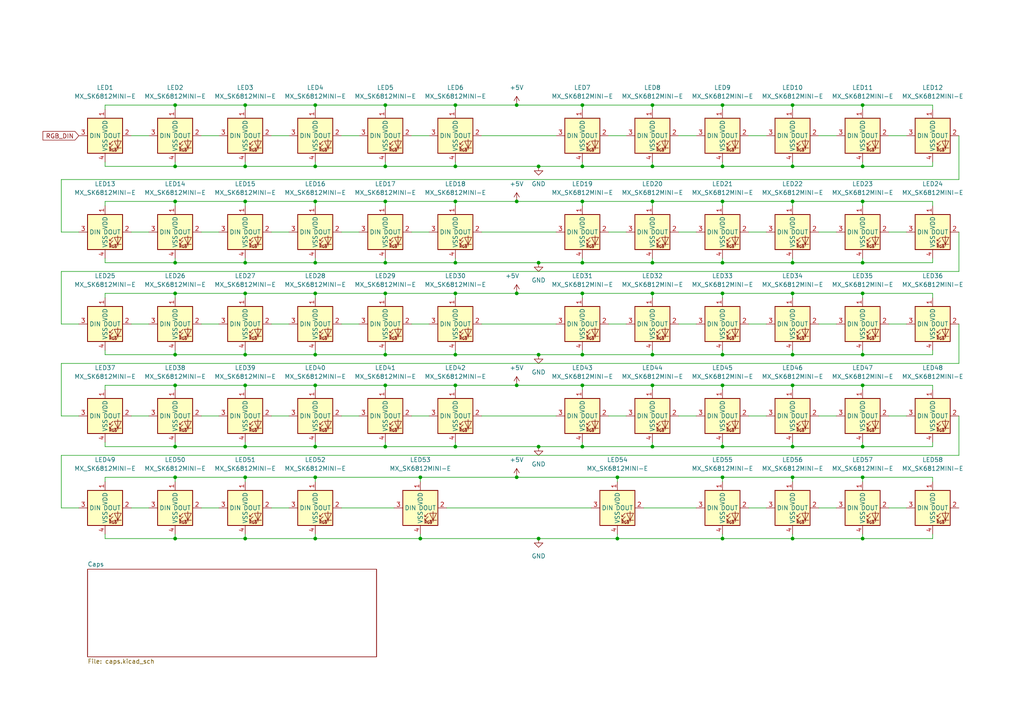
<source format=kicad_sch>
(kicad_sch (version 20230121) (generator eeschema)
  (paper "A4")
  (lib_symbols
    (symbol "PCM_marbastlib-mx:MX_SK6812MINI-E"
      (property "Reference" "LED" (at 3.175 6.35 0))
      (property "Value" "MX_SK6812MINI-E" (at 10.16 -6.985 0))
      (symbol "MX_SK6812MINI-E_0_0"
        (text "RGB" (at 2.286 -4.191 0) (effects (font (size 0.762 0.762))))
      )
      (symbol "MX_SK6812MINI-E_0_1"
        (rectangle (start -5.08 5.08) (end 5.08 -5.08) (stroke (width 0.254)) (fill (type background)))
        (polyline (pts (xy 1.27 -3.556) (xy 1.778 -3.556)))
        (polyline (pts (xy 1.27 -2.54) (xy 1.778 -2.54)))
        (polyline (pts (xy 4.699 -3.556) (xy 2.667 -3.556)))
        (polyline (pts (xy 2.286 -2.54) (xy 1.27 -3.556) (xy 1.27 -3.048)))
        (polyline (pts (xy 2.286 -1.524) (xy 1.27 -2.54) (xy 1.27 -2.032)))
        (polyline (pts (xy 3.683 -1.016) (xy 3.683 -3.556) (xy 3.683 -4.064)))
        (polyline (pts (xy 4.699 -1.524) (xy 2.667 -1.524) (xy 3.683 -3.556) (xy 4.699 -1.524)))
      )
      (symbol "MX_SK6812MINI-E_1_1"
        (pin power_in line (at 0 7.62 270) (length 2.54) (name "VDD") (number "1"))
        (pin output line (at 7.62 0 180) (length 2.54) (name "DOUT") (number "2"))
        (pin input line (at -7.62 0 0) (length 2.54) (name "DIN") (number "3"))
        (pin power_in line (at 0 -7.62 90) (length 2.54) (name "VSS") (number "4"))
      )
    )
    (symbol "power:+5V" (power) (pin_names (offset 0))
      (property "Value" "+5V" (at 0 3.556 0))
      (symbol "+5V_0_1"
        (polyline (pts (xy -0.762 1.27) (xy 0 2.54)))
        (polyline (pts (xy 0 0) (xy 0 2.54)))
        (polyline (pts (xy 0 2.54) (xy 0.762 1.27)))
      )
      (symbol "+5V_1_1"
        (pin power_in line (at 0 0 90) (length 0) hide (name "+5V") (number "1"))
      )
    )
    (symbol "power:GND" (power) (pin_names (offset 0))
      (property "Value" "GND" (at 0 -3.81 0))
      (symbol "GND_0_1"
        (polyline (pts (xy 0 0) (xy 0 -1.27) (xy 1.27 -1.27) (xy 0 -2.54) (xy -1.27 -1.27) (xy 0 -1.27)))
      )
      (symbol "GND_1_1"
        (pin power_in line (at 0 0 270) (length 0) hide (name "GND") (number "1"))
      )
    )
  )
  (junction (at 209.55 156.21))
  (junction (at 91.44 156.21))
  (junction (at 91.44 129.54))
  (junction (at 229.87 102.87))
  (junction (at 149.86 58.42))
  (junction (at 132.08 76.2))
  (junction (at 71.12 102.87))
  (junction (at 71.12 129.54))
  (junction (at 156.21 129.54))
  (junction (at 91.44 58.42))
  (junction (at 229.87 58.42))
  (junction (at 179.07 156.21))
  (junction (at 189.23 85.09))
  (junction (at 168.91 102.87))
  (junction (at 132.08 111.76))
  (junction (at 111.76 85.09))
  (junction (at 189.23 76.2))
  (junction (at 91.44 102.87))
  (junction (at 50.8 102.87))
  (junction (at 189.23 58.42))
  (junction (at 229.87 138.43))
  (junction (at 149.86 30.48))
  (junction (at 71.12 111.76))
  (junction (at 168.91 30.48))
  (junction (at 229.87 76.2))
  (junction (at 250.19 111.76))
  (junction (at 250.19 156.21))
  (junction (at 50.8 58.42))
  (junction (at 71.12 85.09))
  (junction (at 229.87 48.26))
  (junction (at 50.8 129.54))
  (junction (at 229.87 111.76))
  (junction (at 111.76 102.87))
  (junction (at 111.76 48.26))
  (junction (at 168.91 48.26))
  (junction (at 229.87 156.21))
  (junction (at 132.08 48.26))
  (junction (at 250.19 48.26))
  (junction (at 50.8 30.48))
  (junction (at 189.23 129.54))
  (junction (at 50.8 85.09))
  (junction (at 91.44 48.26))
  (junction (at 168.91 58.42))
  (junction (at 250.19 129.54))
  (junction (at 71.12 48.26))
  (junction (at 132.08 58.42))
  (junction (at 111.76 129.54))
  (junction (at 156.21 76.2))
  (junction (at 111.76 111.76))
  (junction (at 50.8 138.43))
  (junction (at 250.19 76.2))
  (junction (at 132.08 129.54))
  (junction (at 111.76 30.48))
  (junction (at 91.44 111.76))
  (junction (at 111.76 58.42))
  (junction (at 168.91 111.76))
  (junction (at 250.19 138.43))
  (junction (at 132.08 30.48))
  (junction (at 91.44 138.43))
  (junction (at 209.55 30.48))
  (junction (at 71.12 138.43))
  (junction (at 156.21 156.21))
  (junction (at 168.91 129.54))
  (junction (at 91.44 30.48))
  (junction (at 189.23 111.76))
  (junction (at 250.19 85.09))
  (junction (at 91.44 76.2))
  (junction (at 168.91 85.09))
  (junction (at 189.23 102.87))
  (junction (at 250.19 102.87))
  (junction (at 132.08 102.87))
  (junction (at 50.8 111.76))
  (junction (at 149.86 138.43))
  (junction (at 149.86 111.76))
  (junction (at 71.12 30.48))
  (junction (at 229.87 85.09))
  (junction (at 209.55 76.2))
  (junction (at 156.21 48.26))
  (junction (at 50.8 76.2))
  (junction (at 250.19 58.42))
  (junction (at 149.86 85.09))
  (junction (at 209.55 129.54))
  (junction (at 209.55 58.42))
  (junction (at 209.55 85.09))
  (junction (at 71.12 58.42))
  (junction (at 209.55 48.26))
  (junction (at 189.23 30.48))
  (junction (at 189.23 48.26))
  (junction (at 250.19 30.48))
  (junction (at 229.87 129.54))
  (junction (at 209.55 102.87))
  (junction (at 229.87 30.48))
  (junction (at 179.07 138.43))
  (junction (at 121.92 156.21))
  (junction (at 209.55 111.76))
  (junction (at 91.44 85.09))
  (junction (at 71.12 156.21))
  (junction (at 50.8 48.26))
  (junction (at 121.92 138.43))
  (junction (at 156.21 102.87))
  (junction (at 168.91 76.2))
  (junction (at 50.8 156.21))
  (junction (at 111.76 76.2))
  (junction (at 132.08 85.09))
  (junction (at 209.55 138.43))
  (junction (at 71.12 76.2))
  (wire (pts (xy 270.51 58.42) (xy 270.51 59.69)))
  (wire (pts (xy 50.8 138.43) (xy 50.8 139.7)))
  (wire (pts (xy 121.92 156.21) (xy 156.21 156.21)))
  (wire (pts (xy 132.08 30.48) (xy 149.86 30.48)))
  (wire (pts (xy 111.76 85.09) (xy 111.76 86.36)))
  (wire (pts (xy 189.23 48.26) (xy 209.55 48.26)))
  (wire (pts (xy 111.76 46.99) (xy 111.76 48.26)))
  (wire (pts (xy 30.48 76.2) (xy 50.8 76.2)))
  (wire (pts (xy 229.87 85.09) (xy 250.19 85.09)))
  (wire (pts (xy 30.48 46.99) (xy 30.48 48.26)))
  (wire (pts (xy 229.87 128.27) (xy 229.87 129.54)))
  (wire (pts (xy 71.12 101.6) (xy 71.12 102.87)))
  (wire (pts (xy 30.48 138.43) (xy 30.48 139.7)))
  (wire (pts (xy 229.87 48.26) (xy 250.19 48.26)))
  (wire (pts (xy 91.44 76.2) (xy 111.76 76.2)))
  (wire (pts (xy 132.08 74.93) (xy 132.08 76.2)))
  (wire (pts (xy 217.17 147.32) (xy 222.25 147.32)))
  (wire (pts (xy 132.08 111.76) (xy 149.86 111.76)))
  (wire (pts (xy 250.19 154.94) (xy 250.19 156.21)))
  (wire (pts (xy 229.87 129.54) (xy 250.19 129.54)))
  (wire (pts (xy 119.38 67.31) (xy 124.46 67.31)))
  (wire (pts (xy 17.78 52.07) (xy 17.78 67.31)))
  (wire (pts (xy 189.23 30.48) (xy 209.55 30.48)))
  (wire (pts (xy 209.55 30.48) (xy 229.87 30.48)))
  (wire (pts (xy 99.06 39.37) (xy 104.14 39.37)))
  (wire (pts (xy 99.06 120.65) (xy 104.14 120.65)))
  (wire (pts (xy 99.06 67.31) (xy 104.14 67.31)))
  (wire (pts (xy 250.19 85.09) (xy 270.51 85.09)))
  (wire (pts (xy 229.87 154.94) (xy 229.87 156.21)))
  (wire (pts (xy 71.12 156.21) (xy 91.44 156.21)))
  (wire (pts (xy 196.85 39.37) (xy 201.93 39.37)))
  (wire (pts (xy 71.12 76.2) (xy 91.44 76.2)))
  (wire (pts (xy 30.48 138.43) (xy 50.8 138.43)))
  (wire (pts (xy 132.08 101.6) (xy 132.08 102.87)))
  (wire (pts (xy 30.48 102.87) (xy 50.8 102.87)))
  (wire (pts (xy 17.78 105.41) (xy 17.78 120.65)))
  (wire (pts (xy 168.91 58.42) (xy 168.91 59.69)))
  (wire (pts (xy 250.19 138.43) (xy 250.19 139.7)))
  (wire (pts (xy 209.55 129.54) (xy 229.87 129.54)))
  (wire (pts (xy 91.44 101.6) (xy 91.44 102.87)))
  (wire (pts (xy 99.06 93.98) (xy 104.14 93.98)))
  (wire (pts (xy 250.19 128.27) (xy 250.19 129.54)))
  (wire (pts (xy 119.38 120.65) (xy 124.46 120.65)))
  (wire (pts (xy 237.49 93.98) (xy 242.57 93.98)))
  (wire (pts (xy 119.38 93.98) (xy 124.46 93.98)))
  (wire (pts (xy 91.44 154.94) (xy 91.44 156.21)))
  (wire (pts (xy 132.08 85.09) (xy 132.08 86.36)))
  (wire (pts (xy 250.19 30.48) (xy 250.19 31.75)))
  (wire (pts (xy 50.8 58.42) (xy 71.12 58.42)))
  (wire (pts (xy 50.8 101.6) (xy 50.8 102.87)))
  (wire (pts (xy 91.44 74.93) (xy 91.44 76.2)))
  (wire (pts (xy 278.13 52.07) (xy 17.78 52.07)))
  (wire (pts (xy 168.91 85.09) (xy 168.91 86.36)))
  (wire (pts (xy 91.44 128.27) (xy 91.44 129.54)))
  (wire (pts (xy 270.51 128.27) (xy 270.51 129.54)))
  (wire (pts (xy 50.8 111.76) (xy 71.12 111.76)))
  (wire (pts (xy 229.87 85.09) (xy 229.87 86.36)))
  (wire (pts (xy 17.78 78.74) (xy 17.78 93.98)))
  (wire (pts (xy 189.23 76.2) (xy 209.55 76.2)))
  (wire (pts (xy 209.55 111.76) (xy 209.55 113.03)))
  (wire (pts (xy 50.8 102.87) (xy 71.12 102.87)))
  (wire (pts (xy 179.07 138.43) (xy 209.55 138.43)))
  (wire (pts (xy 50.8 138.43) (xy 71.12 138.43)))
  (wire (pts (xy 71.12 111.76) (xy 91.44 111.76)))
  (wire (pts (xy 196.85 93.98) (xy 201.93 93.98)))
  (wire (pts (xy 132.08 102.87) (xy 156.21 102.87)))
  (wire (pts (xy 189.23 85.09) (xy 189.23 86.36)))
  (wire (pts (xy 121.92 138.43) (xy 121.92 139.7)))
  (wire (pts (xy 30.48 156.21) (xy 50.8 156.21)))
  (wire (pts (xy 250.19 111.76) (xy 250.19 113.03)))
  (wire (pts (xy 30.48 154.94) (xy 30.48 156.21)))
  (wire (pts (xy 38.1 147.32) (xy 43.18 147.32)))
  (wire (pts (xy 139.7 67.31) (xy 161.29 67.31)))
  (wire (pts (xy 17.78 147.32) (xy 22.86 147.32)))
  (wire (pts (xy 91.44 111.76) (xy 91.44 113.03)))
  (wire (pts (xy 91.44 85.09) (xy 111.76 85.09)))
  (wire (pts (xy 179.07 154.94) (xy 179.07 156.21)))
  (wire (pts (xy 229.87 76.2) (xy 250.19 76.2)))
  (wire (pts (xy 176.53 120.65) (xy 181.61 120.65)))
  (wire (pts (xy 209.55 30.48) (xy 209.55 31.75)))
  (wire (pts (xy 270.51 30.48) (xy 270.51 31.75)))
  (wire (pts (xy 78.74 67.31) (xy 83.82 67.31)))
  (wire (pts (xy 176.53 67.31) (xy 181.61 67.31)))
  (wire (pts (xy 229.87 111.76) (xy 250.19 111.76)))
  (wire (pts (xy 209.55 74.93) (xy 209.55 76.2)))
  (wire (pts (xy 229.87 46.99) (xy 229.87 48.26)))
  (wire (pts (xy 91.44 58.42) (xy 91.44 59.69)))
  (wire (pts (xy 189.23 128.27) (xy 189.23 129.54)))
  (wire (pts (xy 189.23 101.6) (xy 189.23 102.87)))
  (wire (pts (xy 229.87 138.43) (xy 250.19 138.43)))
  (wire (pts (xy 91.44 30.48) (xy 91.44 31.75)))
  (wire (pts (xy 257.81 120.65) (xy 262.89 120.65)))
  (wire (pts (xy 111.76 85.09) (xy 132.08 85.09)))
  (wire (pts (xy 71.12 30.48) (xy 71.12 31.75)))
  (wire (pts (xy 71.12 154.94) (xy 71.12 156.21)))
  (wire (pts (xy 168.91 128.27) (xy 168.91 129.54)))
  (wire (pts (xy 229.87 30.48) (xy 250.19 30.48)))
  (wire (pts (xy 50.8 85.09) (xy 71.12 85.09)))
  (wire (pts (xy 257.81 39.37) (xy 262.89 39.37)))
  (wire (pts (xy 217.17 67.31) (xy 222.25 67.31)))
  (wire (pts (xy 250.19 156.21) (xy 270.51 156.21)))
  (wire (pts (xy 111.76 58.42) (xy 111.76 59.69)))
  (wire (pts (xy 250.19 30.48) (xy 270.51 30.48)))
  (wire (pts (xy 111.76 102.87) (xy 132.08 102.87)))
  (wire (pts (xy 257.81 147.32) (xy 262.89 147.32)))
  (wire (pts (xy 217.17 93.98) (xy 222.25 93.98)))
  (wire (pts (xy 186.69 147.32) (xy 201.93 147.32)))
  (wire (pts (xy 270.51 101.6) (xy 270.51 102.87)))
  (wire (pts (xy 71.12 74.93) (xy 71.12 76.2)))
  (wire (pts (xy 196.85 67.31) (xy 201.93 67.31)))
  (wire (pts (xy 30.48 85.09) (xy 50.8 85.09)))
  (wire (pts (xy 111.76 111.76) (xy 132.08 111.76)))
  (wire (pts (xy 91.44 102.87) (xy 111.76 102.87)))
  (wire (pts (xy 250.19 58.42) (xy 270.51 58.42)))
  (wire (pts (xy 189.23 129.54) (xy 209.55 129.54)))
  (wire (pts (xy 91.44 111.76) (xy 111.76 111.76)))
  (wire (pts (xy 168.91 102.87) (xy 189.23 102.87)))
  (wire (pts (xy 250.19 129.54) (xy 270.51 129.54)))
  (wire (pts (xy 278.13 105.41) (xy 17.78 105.41)))
  (wire (pts (xy 229.87 138.43) (xy 229.87 139.7)))
  (wire (pts (xy 229.87 58.42) (xy 229.87 59.69)))
  (wire (pts (xy 278.13 67.31) (xy 278.13 78.74)))
  (wire (pts (xy 149.86 58.42) (xy 168.91 58.42)))
  (wire (pts (xy 209.55 76.2) (xy 229.87 76.2)))
  (wire (pts (xy 30.48 30.48) (xy 30.48 31.75)))
  (wire (pts (xy 71.12 85.09) (xy 91.44 85.09)))
  (wire (pts (xy 111.76 30.48) (xy 132.08 30.48)))
  (wire (pts (xy 111.76 128.27) (xy 111.76 129.54)))
  (wire (pts (xy 71.12 48.26) (xy 91.44 48.26)))
  (wire (pts (xy 250.19 46.99) (xy 250.19 48.26)))
  (wire (pts (xy 278.13 39.37) (xy 278.13 52.07)))
  (wire (pts (xy 111.76 30.48) (xy 111.76 31.75)))
  (wire (pts (xy 270.51 111.76) (xy 270.51 113.03)))
  (wire (pts (xy 270.51 138.43) (xy 270.51 139.7)))
  (wire (pts (xy 50.8 30.48) (xy 71.12 30.48)))
  (wire (pts (xy 149.86 85.09) (xy 168.91 85.09)))
  (wire (pts (xy 71.12 138.43) (xy 91.44 138.43)))
  (wire (pts (xy 50.8 74.93) (xy 50.8 76.2)))
  (wire (pts (xy 121.92 154.94) (xy 121.92 156.21)))
  (wire (pts (xy 189.23 46.99) (xy 189.23 48.26)))
  (wire (pts (xy 257.81 93.98) (xy 262.89 93.98)))
  (wire (pts (xy 30.48 111.76) (xy 50.8 111.76)))
  (wire (pts (xy 237.49 67.31) (xy 242.57 67.31)))
  (wire (pts (xy 30.48 128.27) (xy 30.48 129.54)))
  (wire (pts (xy 168.91 58.42) (xy 189.23 58.42)))
  (wire (pts (xy 209.55 101.6) (xy 209.55 102.87)))
  (wire (pts (xy 111.76 48.26) (xy 132.08 48.26)))
  (wire (pts (xy 132.08 111.76) (xy 132.08 113.03)))
  (wire (pts (xy 168.91 30.48) (xy 168.91 31.75)))
  (wire (pts (xy 119.38 39.37) (xy 124.46 39.37)))
  (wire (pts (xy 168.91 46.99) (xy 168.91 48.26)))
  (wire (pts (xy 17.78 120.65) (xy 22.86 120.65)))
  (wire (pts (xy 156.21 76.2) (xy 168.91 76.2)))
  (wire (pts (xy 78.74 39.37) (xy 83.82 39.37)))
  (wire (pts (xy 50.8 111.76) (xy 50.8 113.03)))
  (wire (pts (xy 30.48 85.09) (xy 30.48 86.36)))
  (wire (pts (xy 209.55 128.27) (xy 209.55 129.54)))
  (wire (pts (xy 91.44 156.21) (xy 121.92 156.21)))
  (wire (pts (xy 30.48 58.42) (xy 50.8 58.42)))
  (wire (pts (xy 50.8 128.27) (xy 50.8 129.54)))
  (wire (pts (xy 132.08 128.27) (xy 132.08 129.54)))
  (wire (pts (xy 91.44 129.54) (xy 111.76 129.54)))
  (wire (pts (xy 38.1 120.65) (xy 43.18 120.65)))
  (wire (pts (xy 209.55 46.99) (xy 209.55 48.26)))
  (wire (pts (xy 189.23 58.42) (xy 189.23 59.69)))
  (wire (pts (xy 168.91 111.76) (xy 168.91 113.03)))
  (wire (pts (xy 168.91 76.2) (xy 189.23 76.2)))
  (wire (pts (xy 132.08 58.42) (xy 132.08 59.69)))
  (wire (pts (xy 156.21 156.21) (xy 179.07 156.21)))
  (wire (pts (xy 30.48 101.6) (xy 30.48 102.87)))
  (wire (pts (xy 270.51 74.93) (xy 270.51 76.2)))
  (wire (pts (xy 71.12 138.43) (xy 71.12 139.7)))
  (wire (pts (xy 71.12 46.99) (xy 71.12 48.26)))
  (wire (pts (xy 189.23 58.42) (xy 209.55 58.42)))
  (wire (pts (xy 250.19 102.87) (xy 270.51 102.87)))
  (wire (pts (xy 50.8 129.54) (xy 71.12 129.54)))
  (wire (pts (xy 50.8 154.94) (xy 50.8 156.21)))
  (wire (pts (xy 229.87 74.93) (xy 229.87 76.2)))
  (wire (pts (xy 17.78 132.08) (xy 17.78 147.32)))
  (wire (pts (xy 139.7 120.65) (xy 161.29 120.65)))
  (wire (pts (xy 217.17 39.37) (xy 222.25 39.37)))
  (wire (pts (xy 196.85 120.65) (xy 201.93 120.65)))
  (wire (pts (xy 189.23 85.09) (xy 209.55 85.09)))
  (wire (pts (xy 257.81 67.31) (xy 262.89 67.31)))
  (wire (pts (xy 129.54 147.32) (xy 171.45 147.32)))
  (wire (pts (xy 250.19 111.76) (xy 270.51 111.76)))
  (wire (pts (xy 132.08 30.48) (xy 132.08 31.75)))
  (wire (pts (xy 209.55 102.87) (xy 229.87 102.87)))
  (wire (pts (xy 217.17 120.65) (xy 222.25 120.65)))
  (wire (pts (xy 111.76 76.2) (xy 132.08 76.2)))
  (wire (pts (xy 149.86 30.48) (xy 168.91 30.48)))
  (wire (pts (xy 250.19 101.6) (xy 250.19 102.87)))
  (wire (pts (xy 50.8 58.42) (xy 50.8 59.69)))
  (wire (pts (xy 229.87 111.76) (xy 229.87 113.03)))
  (wire (pts (xy 179.07 156.21) (xy 209.55 156.21)))
  (wire (pts (xy 270.51 154.94) (xy 270.51 156.21)))
  (wire (pts (xy 270.51 85.09) (xy 270.51 86.36)))
  (wire (pts (xy 189.23 74.93) (xy 189.23 76.2)))
  (wire (pts (xy 132.08 85.09) (xy 149.86 85.09)))
  (wire (pts (xy 189.23 111.76) (xy 189.23 113.03)))
  (wire (pts (xy 229.87 156.21) (xy 209.55 156.21)))
  (wire (pts (xy 132.08 46.99) (xy 132.08 48.26)))
  (wire (pts (xy 168.91 30.48) (xy 189.23 30.48)))
  (wire (pts (xy 270.51 46.99) (xy 270.51 48.26)))
  (wire (pts (xy 168.91 129.54) (xy 189.23 129.54)))
  (wire (pts (xy 30.48 58.42) (xy 30.48 59.69)))
  (wire (pts (xy 168.91 85.09) (xy 189.23 85.09)))
  (wire (pts (xy 91.44 138.43) (xy 91.44 139.7)))
  (wire (pts (xy 250.19 76.2) (xy 270.51 76.2)))
  (wire (pts (xy 132.08 58.42) (xy 149.86 58.42)))
  (wire (pts (xy 149.86 138.43) (xy 179.07 138.43)))
  (wire (pts (xy 278.13 93.98) (xy 278.13 105.41)))
  (wire (pts (xy 30.48 111.76) (xy 30.48 113.03)))
  (wire (pts (xy 250.19 48.26) (xy 270.51 48.26)))
  (wire (pts (xy 209.55 85.09) (xy 229.87 85.09)))
  (wire (pts (xy 111.76 111.76) (xy 111.76 113.03)))
  (wire (pts (xy 250.19 156.21) (xy 229.87 156.21)))
  (wire (pts (xy 209.55 111.76) (xy 229.87 111.76)))
  (wire (pts (xy 91.44 58.42) (xy 111.76 58.42)))
  (wire (pts (xy 50.8 30.48) (xy 50.8 31.75)))
  (wire (pts (xy 209.55 138.43) (xy 209.55 139.7)))
  (wire (pts (xy 91.44 46.99) (xy 91.44 48.26)))
  (wire (pts (xy 38.1 93.98) (xy 43.18 93.98)))
  (wire (pts (xy 71.12 30.48) (xy 91.44 30.48)))
  (wire (pts (xy 229.87 101.6) (xy 229.87 102.87)))
  (wire (pts (xy 176.53 93.98) (xy 181.61 93.98)))
  (wire (pts (xy 91.44 30.48) (xy 111.76 30.48)))
  (wire (pts (xy 99.06 147.32) (xy 114.3 147.32)))
  (wire (pts (xy 71.12 85.09) (xy 71.12 86.36)))
  (wire (pts (xy 111.76 74.93) (xy 111.76 76.2)))
  (wire (pts (xy 17.78 67.31) (xy 22.86 67.31)))
  (wire (pts (xy 237.49 120.65) (xy 242.57 120.65)))
  (wire (pts (xy 91.44 48.26) (xy 111.76 48.26)))
  (wire (pts (xy 30.48 129.54) (xy 50.8 129.54)))
  (wire (pts (xy 168.91 74.93) (xy 168.91 76.2)))
  (wire (pts (xy 78.74 120.65) (xy 83.82 120.65)))
  (wire (pts (xy 168.91 48.26) (xy 189.23 48.26)))
  (wire (pts (xy 111.76 58.42) (xy 132.08 58.42)))
  (wire (pts (xy 17.78 93.98) (xy 22.86 93.98)))
  (wire (pts (xy 30.48 48.26) (xy 50.8 48.26)))
  (wire (pts (xy 250.19 74.93) (xy 250.19 76.2)))
  (wire (pts (xy 38.1 39.37) (xy 43.18 39.37)))
  (wire (pts (xy 209.55 58.42) (xy 209.55 59.69)))
  (wire (pts (xy 168.91 101.6) (xy 168.91 102.87)))
  (wire (pts (xy 229.87 102.87) (xy 250.19 102.87)))
  (wire (pts (xy 58.42 39.37) (xy 63.5 39.37)))
  (wire (pts (xy 132.08 129.54) (xy 156.21 129.54)))
  (wire (pts (xy 229.87 58.42) (xy 250.19 58.42)))
  (wire (pts (xy 250.19 85.09) (xy 250.19 86.36)))
  (wire (pts (xy 50.8 85.09) (xy 50.8 86.36)))
  (wire (pts (xy 149.86 111.76) (xy 168.91 111.76)))
  (wire (pts (xy 209.55 48.26) (xy 229.87 48.26)))
  (wire (pts (xy 209.55 85.09) (xy 209.55 86.36)))
  (wire (pts (xy 58.42 147.32) (xy 63.5 147.32)))
  (wire (pts (xy 229.87 30.48) (xy 229.87 31.75)))
  (wire (pts (xy 176.53 39.37) (xy 181.61 39.37)))
  (wire (pts (xy 139.7 93.98) (xy 161.29 93.98)))
  (wire (pts (xy 71.12 111.76) (xy 71.12 113.03)))
  (wire (pts (xy 250.19 58.42) (xy 250.19 59.69)))
  (wire (pts (xy 156.21 129.54) (xy 168.91 129.54)))
  (wire (pts (xy 111.76 129.54) (xy 132.08 129.54)))
  (wire (pts (xy 50.8 46.99) (xy 50.8 48.26)))
  (wire (pts (xy 179.07 138.43) (xy 179.07 139.7)))
  (wire (pts (xy 121.92 138.43) (xy 149.86 138.43)))
  (wire (pts (xy 58.42 67.31) (xy 63.5 67.31)))
  (wire (pts (xy 71.12 128.27) (xy 71.12 129.54)))
  (wire (pts (xy 78.74 147.32) (xy 83.82 147.32)))
  (wire (pts (xy 50.8 156.21) (xy 71.12 156.21)))
  (wire (pts (xy 237.49 147.32) (xy 242.57 147.32)))
  (wire (pts (xy 58.42 120.65) (xy 63.5 120.65)))
  (wire (pts (xy 168.91 111.76) (xy 189.23 111.76)))
  (wire (pts (xy 71.12 129.54) (xy 91.44 129.54)))
  (wire (pts (xy 30.48 30.48) (xy 50.8 30.48)))
  (wire (pts (xy 132.08 48.26) (xy 156.21 48.26)))
  (wire (pts (xy 209.55 58.42) (xy 229.87 58.42)))
  (wire (pts (xy 111.76 101.6) (xy 111.76 102.87)))
  (wire (pts (xy 229.87 138.43) (xy 209.55 138.43)))
  (wire (pts (xy 50.8 76.2) (xy 71.12 76.2)))
  (wire (pts (xy 71.12 102.87) (xy 91.44 102.87)))
  (wire (pts (xy 17.78 78.74) (xy 278.13 78.74)))
  (wire (pts (xy 250.19 138.43) (xy 270.51 138.43)))
  (wire (pts (xy 189.23 30.48) (xy 189.23 31.75)))
  (wire (pts (xy 156.21 102.87) (xy 168.91 102.87)))
  (wire (pts (xy 78.74 93.98) (xy 83.82 93.98)))
  (wire (pts (xy 71.12 58.42) (xy 91.44 58.42)))
  (wire (pts (xy 139.7 39.37) (xy 161.29 39.37)))
  (wire (pts (xy 189.23 111.76) (xy 209.55 111.76)))
  (wire (pts (xy 278.13 120.65) (xy 278.13 132.08)))
  (wire (pts (xy 91.44 85.09) (xy 91.44 86.36)))
  (wire (pts (xy 132.08 76.2) (xy 156.21 76.2)))
  (wire (pts (xy 237.49 39.37) (xy 242.57 39.37)))
  (wire (pts (xy 278.13 132.08) (xy 17.78 132.08)))
  (wire (pts (xy 30.48 74.93) (xy 30.48 76.2)))
  (wire (pts (xy 209.55 154.94) (xy 209.55 156.21)))
  (wire (pts (xy 189.23 102.87) (xy 209.55 102.87)))
  (wire (pts (xy 58.42 93.98) (xy 63.5 93.98)))
  (wire (pts (xy 156.21 48.26) (xy 168.91 48.26)))
  (wire (pts (xy 71.12 58.42) (xy 71.12 59.69)))
  (wire (pts (xy 38.1 67.31) (xy 43.18 67.31)))
  (wire (pts (xy 91.44 138.43) (xy 121.92 138.43)))
  (wire (pts (xy 50.8 48.26) (xy 71.12 48.26)))
  (global_label "RGB_DIN" (shape input) (at 22.86 39.37 180) (property "Intersheetrefs" "${INTERSHEET_REFS}" (effects hide)))
  (symbol (lib_id "PCM_marbastlib-mx:MX_SK6812MINI-E") (at 270.51 67.31 0) (unit 1)
    (property "Reference" "LED24" (at 270.51 53.34 0))
    (property "Value" "MX_SK6812MINI-E" (at 270.51 55.88 0))
    (property "Footprint" "PCM_marbastlib-mx:LED_MX_6028R" (effects hide))
  )
  (symbol (lib_id "PCM_marbastlib-mx:MX_SK6812MINI-E") (at 50.8 39.37 0) (unit 1)
    (property "Reference" "LED2" (at 50.8 25.4 0))
    (property "Value" "MX_SK6812MINI-E" (at 50.8 27.94 0))
    (property "Footprint" "PCM_marbastlib-mx:LED_MX_6028R" (effects hide))
  )
  (symbol (lib_id "PCM_marbastlib-mx:MX_SK6812MINI-E") (at 50.8 67.31 0) (unit 1)
    (property "Reference" "LED14" (at 50.8 53.34 0))
    (property "Value" "MX_SK6812MINI-E" (at 50.8 55.88 0))
    (property "Footprint" "PCM_marbastlib-mx:LED_MX_6028R" (effects hide))
  )
  (symbol (lib_id "PCM_marbastlib-mx:MX_SK6812MINI-E") (at 30.48 39.37 0) (unit 1)
    (property "Reference" "LED1" (at 30.48 25.4 0))
    (property "Value" "MX_SK6812MINI-E" (at 30.48 27.94 0))
    (property "Footprint" "PCM_marbastlib-mx:LED_MX_6028R" (effects hide))
  )
  (symbol (lib_id "PCM_marbastlib-mx:MX_SK6812MINI-E") (at 111.76 93.98 0) (unit 1)
    (property "Reference" "LED29" (at 111.76 80.01 0))
    (property "Value" "MX_SK6812MINI-E" (at 111.76 82.55 0))
    (property "Footprint" "PCM_marbastlib-mx:LED_MX_6028R" (effects hide))
  )
  (symbol (lib_id "power:+5V") (at 149.86 58.42 0) (unit 1)
    (property "Reference" "#PWR010" (effects hide))
    (property "Value" "+5V" (at 149.86 53.34 0))
  )
  (symbol (lib_id "PCM_marbastlib-mx:MX_SK6812MINI-E") (at 270.51 39.37 0) (unit 1)
    (property "Reference" "LED12" (at 270.51 25.4 0))
    (property "Value" "MX_SK6812MINI-E" (at 270.51 27.94 0))
    (property "Footprint" "PCM_marbastlib-mx:LED_MX_6028R" (effects hide))
  )
  (symbol (lib_id "PCM_marbastlib-mx:MX_SK6812MINI-E") (at 189.23 120.65 0) (unit 1)
    (property "Reference" "LED44" (at 189.23 106.68 0))
    (property "Value" "MX_SK6812MINI-E" (at 189.23 109.22 0))
    (property "Footprint" "PCM_marbastlib-mx:LED_MX_6028R" (effects hide))
  )
  (symbol (lib_id "power:+5V") (at 149.86 111.76 0) (unit 1)
    (property "Reference" "#PWR014" (effects hide))
    (property "Value" "+5V" (at 149.86 106.68 0))
  )
  (symbol (lib_id "PCM_marbastlib-mx:MX_SK6812MINI-E") (at 250.19 147.32 0) (unit 1)
    (property "Reference" "LED57" (at 250.19 133.35 0))
    (property "Value" "MX_SK6812MINI-E" (at 250.19 135.89 0))
    (property "Footprint" "PCM_marbastlib-mx:LED_MX_6028R" (effects hide))
  )
  (symbol (lib_id "power:+5V") (at 149.86 85.09 0) (unit 1)
    (property "Reference" "#PWR012" (effects hide))
    (property "Value" "+5V" (at 148.59 80.01 0))
  )
  (symbol (lib_id "PCM_marbastlib-mx:MX_SK6812MINI-E") (at 209.55 39.37 0) (unit 1)
    (property "Reference" "LED9" (at 209.55 25.4 0))
    (property "Value" "MX_SK6812MINI-E" (at 209.55 27.94 0))
    (property "Footprint" "PCM_marbastlib-mx:LED_MX_6028R" (effects hide))
  )
  (symbol (lib_id "PCM_marbastlib-mx:MX_SK6812MINI-E") (at 121.92 147.32 0) (unit 1)
    (property "Reference" "LED53" (at 121.92 133.35 0))
    (property "Value" "MX_SK6812MINI-E" (at 121.92 135.89 0))
    (property "Footprint" "PCM_marbastlib-mx:LED_MX_6028R" (effects hide))
  )
  (symbol (lib_id "PCM_marbastlib-mx:MX_SK6812MINI-E") (at 189.23 39.37 0) (unit 1)
    (property "Reference" "LED8" (at 189.23 25.4 0))
    (property "Value" "MX_SK6812MINI-E" (at 189.23 27.94 0))
    (property "Footprint" "PCM_marbastlib-mx:LED_MX_6028R" (effects hide))
  )
  (symbol (lib_id "PCM_marbastlib-mx:MX_SK6812MINI-E") (at 30.48 147.32 0) (unit 1)
    (property "Reference" "LED49" (at 30.48 133.35 0))
    (property "Value" "MX_SK6812MINI-E" (at 30.48 135.89 0))
    (property "Footprint" "PCM_marbastlib-mx:LED_MX_6028R" (effects hide))
  )
  (symbol (lib_id "PCM_marbastlib-mx:MX_SK6812MINI-E") (at 71.12 147.32 0) (unit 1)
    (property "Reference" "LED51" (at 71.12 133.35 0))
    (property "Value" "MX_SK6812MINI-E" (at 71.12 135.89 0))
    (property "Footprint" "PCM_marbastlib-mx:LED_MX_6028R" (effects hide))
  )
  (symbol (lib_id "PCM_marbastlib-mx:MX_SK6812MINI-E") (at 189.23 67.31 0) (unit 1)
    (property "Reference" "LED20" (at 189.23 53.34 0))
    (property "Value" "MX_SK6812MINI-E" (at 189.23 55.88 0))
    (property "Footprint" "PCM_marbastlib-mx:LED_MX_6028R" (effects hide))
  )
  (symbol (lib_id "power:+5V") (at 149.86 138.43 0) (unit 1)
    (property "Reference" "#PWR016" (effects hide))
    (property "Value" "+5V" (at 149.86 133.35 0))
  )
  (symbol (lib_id "PCM_marbastlib-mx:MX_SK6812MINI-E") (at 250.19 39.37 0) (unit 1)
    (property "Reference" "LED11" (at 250.19 25.4 0))
    (property "Value" "MX_SK6812MINI-E" (at 250.19 27.94 0))
    (property "Footprint" "PCM_marbastlib-mx:LED_MX_6028R" (effects hide))
  )
  (symbol (lib_id "PCM_marbastlib-mx:MX_SK6812MINI-E") (at 50.8 93.98 0) (unit 1)
    (property "Reference" "LED26" (at 50.8 80.01 0))
    (property "Value" "MX_SK6812MINI-E" (at 50.8 82.55 0))
    (property "Footprint" "PCM_marbastlib-mx:LED_MX_6028R" (effects hide))
  )
  (symbol (lib_id "PCM_marbastlib-mx:MX_SK6812MINI-E") (at 189.23 93.98 0) (unit 1)
    (property "Reference" "LED32" (at 189.23 80.01 0))
    (property "Value" "MX_SK6812MINI-E" (at 189.23 82.55 0))
    (property "Footprint" "PCM_marbastlib-mx:LED_MX_6028R" (effects hide))
  )
  (symbol (lib_id "power:GND") (at 156.21 102.87 0) (unit 1)
    (property "Reference" "#PWR013" (effects hide))
    (property "Value" "GND" (at 156.21 107.95 0))
  )
  (symbol (lib_id "PCM_marbastlib-mx:MX_SK6812MINI-E") (at 132.08 120.65 0) (unit 1)
    (property "Reference" "LED42" (at 132.08 106.68 0))
    (property "Value" "MX_SK6812MINI-E" (at 132.08 109.22 0))
    (property "Footprint" "PCM_marbastlib-mx:LED_MX_6028R" (effects hide))
  )
  (symbol (lib_id "PCM_marbastlib-mx:MX_SK6812MINI-E") (at 270.51 93.98 0) (unit 1)
    (property "Reference" "LED36" (at 270.51 80.01 0))
    (property "Value" "MX_SK6812MINI-E" (at 270.51 82.55 0))
    (property "Footprint" "PCM_marbastlib-mx:LED_MX_6028R" (effects hide))
  )
  (symbol (lib_id "PCM_marbastlib-mx:MX_SK6812MINI-E") (at 30.48 67.31 0) (unit 1)
    (property "Reference" "LED13" (at 30.48 53.34 0))
    (property "Value" "MX_SK6812MINI-E" (at 30.48 55.88 0))
    (property "Footprint" "PCM_marbastlib-mx:LED_MX_6028R" (effects hide))
  )
  (symbol (lib_id "power:GND") (at 156.21 156.21 0) (unit 1)
    (property "Reference" "#PWR017" (effects hide))
    (property "Value" "GND" (at 156.21 161.29 0))
  )
  (symbol (lib_id "PCM_marbastlib-mx:MX_SK6812MINI-E") (at 270.51 120.65 0) (unit 1)
    (property "Reference" "LED48" (at 270.51 106.68 0))
    (property "Value" "MX_SK6812MINI-E" (at 270.51 109.22 0))
    (property "Footprint" "PCM_marbastlib-mx:LED_MX_6028R" (effects hide))
  )
  (symbol (lib_id "PCM_marbastlib-mx:MX_SK6812MINI-E") (at 250.19 93.98 0) (unit 1)
    (property "Reference" "LED35" (at 250.19 80.01 0))
    (property "Value" "MX_SK6812MINI-E" (at 250.19 82.55 0))
    (property "Footprint" "PCM_marbastlib-mx:LED_MX_6028R" (effects hide))
  )
  (symbol (lib_id "PCM_marbastlib-mx:MX_SK6812MINI-E") (at 111.76 120.65 0) (unit 1)
    (property "Reference" "LED41" (at 111.76 106.68 0))
    (property "Value" "MX_SK6812MINI-E" (at 111.76 109.22 0))
    (property "Footprint" "PCM_marbastlib-mx:LED_MX_6028R" (effects hide))
  )
  (symbol (lib_id "power:GND") (at 156.21 48.26 0) (unit 1)
    (property "Reference" "#PWR09" (effects hide))
    (property "Value" "GND" (at 156.21 53.34 0))
  )
  (symbol (lib_id "PCM_marbastlib-mx:MX_SK6812MINI-E") (at 250.19 120.65 0) (unit 1)
    (property "Reference" "LED47" (at 250.19 106.68 0))
    (property "Value" "MX_SK6812MINI-E" (at 250.19 109.22 0))
    (property "Footprint" "PCM_marbastlib-mx:LED_MX_6028R" (effects hide))
  )
  (symbol (lib_id "PCM_marbastlib-mx:MX_SK6812MINI-E") (at 91.44 67.31 0) (unit 1)
    (property "Reference" "LED16" (at 91.44 53.34 0))
    (property "Value" "MX_SK6812MINI-E" (at 91.44 55.88 0))
    (property "Footprint" "PCM_marbastlib-mx:LED_MX_6028R" (effects hide))
  )
  (symbol (lib_id "PCM_marbastlib-mx:MX_SK6812MINI-E") (at 250.19 67.31 0) (unit 1)
    (property "Reference" "LED23" (at 250.19 53.34 0))
    (property "Value" "MX_SK6812MINI-E" (at 250.19 55.88 0))
    (property "Footprint" "PCM_marbastlib-mx:LED_MX_6028R" (effects hide))
  )
  (symbol (lib_id "PCM_marbastlib-mx:MX_SK6812MINI-E") (at 209.55 67.31 0) (unit 1)
    (property "Reference" "LED21" (at 209.55 53.34 0))
    (property "Value" "MX_SK6812MINI-E" (at 209.55 55.88 0))
    (property "Footprint" "PCM_marbastlib-mx:LED_MX_6028R" (effects hide))
  )
  (symbol (lib_id "PCM_marbastlib-mx:MX_SK6812MINI-E") (at 209.55 120.65 0) (unit 1)
    (property "Reference" "LED45" (at 209.55 106.68 0))
    (property "Value" "MX_SK6812MINI-E" (at 209.55 109.22 0))
    (property "Footprint" "PCM_marbastlib-mx:LED_MX_6028R" (effects hide))
  )
  (symbol (lib_id "PCM_marbastlib-mx:MX_SK6812MINI-E") (at 168.91 120.65 0) (unit 1)
    (property "Reference" "LED43" (at 168.91 106.68 0))
    (property "Value" "MX_SK6812MINI-E" (at 168.91 109.22 0))
    (property "Footprint" "PCM_marbastlib-mx:LED_MX_6028R" (effects hide))
  )
  (symbol (lib_id "PCM_marbastlib-mx:MX_SK6812MINI-E") (at 71.12 93.98 0) (unit 1)
    (property "Reference" "LED27" (at 71.12 80.01 0))
    (property "Value" "MX_SK6812MINI-E" (at 71.12 82.55 0))
    (property "Footprint" "PCM_marbastlib-mx:LED_MX_6028R" (effects hide))
  )
  (symbol (lib_id "PCM_marbastlib-mx:MX_SK6812MINI-E") (at 168.91 93.98 0) (unit 1)
    (property "Reference" "LED31" (at 168.91 80.01 0))
    (property "Value" "MX_SK6812MINI-E" (at 168.91 82.55 0))
    (property "Footprint" "PCM_marbastlib-mx:LED_MX_6028R" (effects hide))
  )
  (symbol (lib_id "PCM_marbastlib-mx:MX_SK6812MINI-E") (at 209.55 147.32 0) (unit 1)
    (property "Reference" "LED55" (at 209.55 133.35 0))
    (property "Value" "MX_SK6812MINI-E" (at 209.55 135.89 0))
    (property "Footprint" "PCM_marbastlib-mx:LED_MX_6028R" (effects hide))
  )
  (symbol (lib_id "PCM_marbastlib-mx:MX_SK6812MINI-E") (at 132.08 39.37 0) (unit 1)
    (property "Reference" "LED6" (at 132.08 25.4 0))
    (property "Value" "MX_SK6812MINI-E" (at 132.08 27.94 0))
    (property "Footprint" "PCM_marbastlib-mx:LED_MX_6028R" (effects hide))
  )
  (symbol (lib_id "PCM_marbastlib-mx:MX_SK6812MINI-E") (at 71.12 120.65 0) (unit 1)
    (property "Reference" "LED39" (at 71.12 106.68 0))
    (property "Value" "MX_SK6812MINI-E" (at 71.12 109.22 0))
    (property "Footprint" "PCM_marbastlib-mx:LED_MX_6028R" (effects hide))
  )
  (symbol (lib_id "PCM_marbastlib-mx:MX_SK6812MINI-E") (at 132.08 93.98 0) (unit 1)
    (property "Reference" "LED30" (at 132.08 80.01 0))
    (property "Value" "MX_SK6812MINI-E" (at 132.08 82.55 0))
    (property "Footprint" "PCM_marbastlib-mx:LED_MX_6028R" (effects hide))
  )
  (symbol (lib_id "PCM_marbastlib-mx:MX_SK6812MINI-E") (at 229.87 120.65 0) (unit 1)
    (property "Reference" "LED46" (at 229.87 106.68 0))
    (property "Value" "MX_SK6812MINI-E" (at 229.87 109.22 0))
    (property "Footprint" "PCM_marbastlib-mx:LED_MX_6028R" (effects hide))
  )
  (symbol (lib_id "PCM_marbastlib-mx:MX_SK6812MINI-E") (at 30.48 93.98 0) (unit 1)
    (property "Reference" "LED25" (at 30.48 80.01 0))
    (property "Value" "MX_SK6812MINI-E" (at 30.48 82.55 0))
    (property "Footprint" "PCM_marbastlib-mx:LED_MX_6028R" (effects hide))
  )
  (symbol (lib_id "PCM_marbastlib-mx:MX_SK6812MINI-E") (at 71.12 67.31 0) (unit 1)
    (property "Reference" "LED15" (at 71.12 53.34 0))
    (property "Value" "MX_SK6812MINI-E" (at 71.12 55.88 0))
    (property "Footprint" "PCM_marbastlib-mx:LED_MX_6028R" (effects hide))
  )
  (symbol (lib_id "PCM_marbastlib-mx:MX_SK6812MINI-E") (at 168.91 39.37 0) (unit 1)
    (property "Reference" "LED7" (at 168.91 25.4 0))
    (property "Value" "MX_SK6812MINI-E" (at 168.91 27.94 0))
    (property "Footprint" "PCM_marbastlib-mx:LED_MX_6028R" (effects hide))
  )
  (symbol (lib_id "PCM_marbastlib-mx:MX_SK6812MINI-E") (at 229.87 147.32 0) (unit 1)
    (property "Reference" "LED56" (at 229.87 133.35 0))
    (property "Value" "MX_SK6812MINI-E" (at 229.87 135.89 0))
    (property "Footprint" "PCM_marbastlib-mx:LED_MX_6028R" (effects hide))
  )
  (symbol (lib_id "PCM_marbastlib-mx:MX_SK6812MINI-E") (at 91.44 39.37 0) (unit 1)
    (property "Reference" "LED4" (at 91.44 25.4 0))
    (property "Value" "MX_SK6812MINI-E" (at 91.44 27.94 0))
    (property "Footprint" "PCM_marbastlib-mx:LED_MX_6028R" (effects hide))
  )
  (symbol (lib_id "PCM_marbastlib-mx:MX_SK6812MINI-E") (at 91.44 120.65 0) (unit 1)
    (property "Reference" "LED40" (at 91.44 106.68 0))
    (property "Value" "MX_SK6812MINI-E" (at 91.44 109.22 0))
    (property "Footprint" "PCM_marbastlib-mx:LED_MX_6028R" (effects hide))
  )
  (symbol (lib_id "PCM_marbastlib-mx:MX_SK6812MINI-E") (at 50.8 147.32 0) (unit 1)
    (property "Reference" "LED50" (at 50.8 133.35 0))
    (property "Value" "MX_SK6812MINI-E" (at 50.8 135.89 0))
    (property "Footprint" "PCM_marbastlib-mx:LED_MX_6028R" (effects hide))
  )
  (symbol (lib_id "PCM_marbastlib-mx:MX_SK6812MINI-E") (at 270.51 147.32 0) (unit 1)
    (property "Reference" "LED58" (at 270.51 133.35 0))
    (property "Value" "MX_SK6812MINI-E" (at 270.51 135.89 0))
    (property "Footprint" "PCM_marbastlib-mx:LED_MX_6028R" (effects hide))
  )
  (symbol (lib_id "PCM_marbastlib-mx:MX_SK6812MINI-E") (at 229.87 39.37 0) (unit 1)
    (property "Reference" "LED10" (at 229.87 25.4 0))
    (property "Value" "MX_SK6812MINI-E" (at 229.87 27.94 0))
    (property "Footprint" "PCM_marbastlib-mx:LED_MX_6028R" (effects hide))
  )
  (symbol (lib_id "PCM_marbastlib-mx:MX_SK6812MINI-E") (at 50.8 120.65 0) (unit 1)
    (property "Reference" "LED38" (at 50.8 106.68 0))
    (property "Value" "MX_SK6812MINI-E" (at 50.8 109.22 0))
    (property "Footprint" "PCM_marbastlib-mx:LED_MX_6028R" (effects hide))
  )
  (symbol (lib_id "PCM_marbastlib-mx:MX_SK6812MINI-E") (at 209.55 93.98 0) (unit 1)
    (property "Reference" "LED33" (at 209.55 80.01 0))
    (property "Value" "MX_SK6812MINI-E" (at 209.55 82.55 0))
    (property "Footprint" "PCM_marbastlib-mx:LED_MX_6028R" (effects hide))
  )
  (symbol (lib_id "PCM_marbastlib-mx:MX_SK6812MINI-E") (at 111.76 39.37 0) (unit 1)
    (property "Reference" "LED5" (at 111.76 25.4 0))
    (property "Value" "MX_SK6812MINI-E" (at 111.76 27.94 0))
    (property "Footprint" "PCM_marbastlib-mx:LED_MX_6028R" (effects hide))
  )
  (symbol (lib_id "PCM_marbastlib-mx:MX_SK6812MINI-E") (at 168.91 67.31 0) (unit 1)
    (property "Reference" "LED19" (at 168.91 53.34 0))
    (property "Value" "MX_SK6812MINI-E" (at 168.91 55.88 0))
    (property "Footprint" "PCM_marbastlib-mx:LED_MX_6028R" (effects hide))
  )
  (symbol (lib_id "PCM_marbastlib-mx:MX_SK6812MINI-E") (at 229.87 93.98 0) (unit 1)
    (property "Reference" "LED34" (at 229.87 80.01 0))
    (property "Value" "MX_SK6812MINI-E" (at 229.87 82.55 0))
    (property "Footprint" "PCM_marbastlib-mx:LED_MX_6028R" (effects hide))
  )
  (symbol (lib_id "PCM_marbastlib-mx:MX_SK6812MINI-E") (at 30.48 120.65 0) (unit 1)
    (property "Reference" "LED37" (at 30.48 106.68 0))
    (property "Value" "MX_SK6812MINI-E" (at 30.48 109.22 0))
    (property "Footprint" "PCM_marbastlib-mx:LED_MX_6028R" (effects hide))
  )
  (symbol (lib_id "PCM_marbastlib-mx:MX_SK6812MINI-E") (at 229.87 67.31 0) (unit 1)
    (property "Reference" "LED22" (at 229.87 53.34 0))
    (property "Value" "MX_SK6812MINI-E" (at 229.87 55.88 0))
    (property "Footprint" "PCM_marbastlib-mx:LED_MX_6028R" (effects hide))
  )
  (symbol (lib_id "PCM_marbastlib-mx:MX_SK6812MINI-E") (at 111.76 67.31 0) (unit 1)
    (property "Reference" "LED17" (at 111.76 53.34 0))
    (property "Value" "MX_SK6812MINI-E" (at 111.76 55.88 0))
    (property "Footprint" "PCM_marbastlib-mx:LED_MX_6028R" (effects hide))
  )
  (symbol (lib_id "PCM_marbastlib-mx:MX_SK6812MINI-E") (at 71.12 39.37 0) (unit 1)
    (property "Reference" "LED3" (at 71.12 25.4 0))
    (property "Value" "MX_SK6812MINI-E" (at 71.12 27.94 0))
    (property "Footprint" "PCM_marbastlib-mx:LED_MX_6028R" (effects hide))
  )
  (symbol (lib_id "power:GND") (at 156.21 129.54 0) (unit 1)
    (property "Reference" "#PWR015" (effects hide))
    (property "Value" "GND" (at 156.21 134.62 0))
  )
  (symbol (lib_id "power:+5V") (at 149.86 30.48 0) (unit 1)
    (property "Reference" "#PWR08" (effects hide))
    (property "Value" "+5V" (at 149.86 25.4 0))
  )
  (symbol (lib_id "PCM_marbastlib-mx:MX_SK6812MINI-E") (at 91.44 147.32 0) (unit 1)
    (property "Reference" "LED52" (at 91.44 133.35 0))
    (property "Value" "MX_SK6812MINI-E" (at 91.44 135.89 0))
    (property "Footprint" "PCM_marbastlib-mx:LED_MX_6028R" (effects hide))
  )
  (symbol (lib_id "PCM_marbastlib-mx:MX_SK6812MINI-E") (at 91.44 93.98 0) (unit 1)
    (property "Reference" "LED28" (at 91.44 80.01 0))
    (property "Value" "MX_SK6812MINI-E" (at 91.44 82.55 0))
    (property "Footprint" "PCM_marbastlib-mx:LED_MX_6028R" (effects hide))
  )
  (symbol (lib_id "power:GND") (at 156.21 76.2 0) (unit 1)
    (property "Reference" "#PWR011" (effects hide))
    (property "Value" "GND" (at 156.21 81.28 0))
  )
  (symbol (lib_id "PCM_marbastlib-mx:MX_SK6812MINI-E") (at 132.08 67.31 0) (unit 1)
    (property "Reference" "LED18" (at 132.08 53.34 0))
    (property "Value" "MX_SK6812MINI-E" (at 132.08 55.88 0))
    (property "Footprint" "PCM_marbastlib-mx:LED_MX_6028R" (effects hide))
  )
  (symbol (lib_id "PCM_marbastlib-mx:MX_SK6812MINI-E") (at 179.07 147.32 0) (unit 1)
    (property "Reference" "LED54" (at 179.07 133.35 0))
    (property "Value" "MX_SK6812MINI-E" (at 179.07 135.89 0))
    (property "Footprint" "PCM_marbastlib-mx:LED_MX_6028R" (effects hide))
  )
  (sheet (at 25.4 165.1) (size 83.82 25.4) (stroke (width 0.1524))
    (property "Sheetname" "Caps" (at 25.4 164.3884 0) (effects (justify left bottom)))
    (property "Sheetfile" "caps.kicad_sch" (at 25.4 191.0846 0) (effects (justify left top)))
  )
)
</source>
